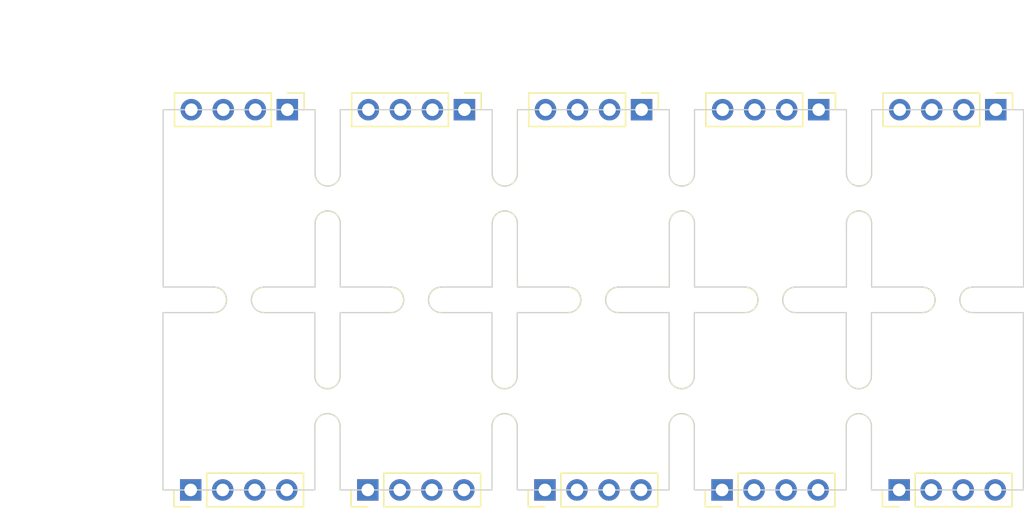
<source format=kicad_pcb>
(kicad_pcb (version 20221018) (generator pcbnew)
  (layers (0 "F.Cu" signal) (31 "B.Cu" signal) (34 "B.Paste" user) (35 "F.Paste" user) (36 "B.SilkS" user "B.Silkscreen") (37 "F.SilkS" user "F.Silkscreen") (38 "B.Mask" user) (39 "F.Mask" user) (44 "Edge.Cuts" user))
  (net 0 "")
  (footprint "Panelization:mouse-bite-2mm-slot" (layer "F.Cu") (at 34.125 -1.004)
    (fp_text reference "mouse-bite-2mm-slot" hide)
    (fp_text value "VAL**" hide)
    (fp_arc (start -2 -1) (mid -1 0) (end -2 1) (stroke (width 0.1)) (layer "F.SilkS"))
    (fp_arc (start 2 1) (mid 1 0) (end 2 -1) (stroke (width 0.1)) (layer "F.SilkS"))
    (pad "" np_thru_hole circle (at -0.75 -0.75) (size 0.5 0.5) (drill 0.5) (layers "F&B.Cu" "*.Mask"))
    (pad "" np_thru_hole circle (at -0.75 0.75) (size 0.5 0.5) (drill 0.5) (layers "F&B.Cu" "*.Mask"))
    (pad "" np_thru_hole circle (at 0 -0.75) (size 0.5 0.5) (drill 0.5) (layers "F&B.Cu" "*.Mask"))
    (pad "" np_thru_hole circle (at 0 0.75) (size 0.5 0.5) (drill 0.5) (layers "F&B.Cu" "*.Mask"))
    (pad "" np_thru_hole circle (at 0.75 -0.75) (size 0.5 0.5) (drill 0.5) (layers "F&B.Cu" "*.Mask"))
    (pad "" np_thru_hole circle (at 0.75 0.75) (size 0.5 0.5) (drill 0.5) (layers "F&B.Cu" "*.Mask"))
  )
  (footprint "Connector_PinHeader_2.54mm:PinHeader_1x04_P2.54mm_Vertical" (layer "F.Cu") (at 30.3 14.08 90)
    (fp_text reference "REF**" hide)
    (fp_text value "PinHeader_1x04_P2.54mm_Vertical" hide)
    (fp_line (start -1.33 -1.33) (end 0 -1.33) (stroke (width 0.12)) (layer "F.SilkS"))
    (fp_line (start -1.33 0) (end -1.33 -1.33) (stroke (width 0.12)) (layer "F.SilkS"))
    (fp_line (start -1.33 1.27) (end -1.33 8.95) (stroke (width 0.12)) (layer "F.SilkS"))
    (fp_line (start -1.33 1.27) (end 1.33 1.27) (stroke (width 0.12)) (layer "F.SilkS"))
    (fp_line (start -1.33 8.95) (end 1.33 8.95) (stroke (width 0.12)) (layer "F.SilkS"))
    (fp_line (start 1.33 1.27) (end 1.33 8.95) (stroke (width 0.12)) (layer "F.SilkS"))
    (pad "1" thru_hole rect (at 0 0 90) (size 1.7 1.7) (drill 1) (layers "*.Cu" "*.Mask"))
    (pad "2" thru_hole oval (at 0 2.54 90) (size 1.7 1.7) (drill 1) (layers "*.Cu" "*.Mask"))
    (pad "3" thru_hole oval (at 0 5.08 90) (size 1.7 1.7) (drill 1) (layers "*.Cu" "*.Mask"))
    (pad "4" thru_hole oval (at 0 7.62 90) (size 1.7 1.7) (drill 1) (layers "*.Cu" "*.Mask"))
  )
  (footprint "Panelization:mouse-bite-2mm-slot" (layer "F.Cu") (at 41.1714 -9.0558 -90)
    (fp_text reference "mouse-bite-2mm-slot" hide)
    (fp_text value "VAL**" hide)
    (fp_arc (start -2 -1) (mid -1 0) (end -2 1) (stroke (width 0.1)) (layer "F.SilkS"))
    (fp_arc (start 2 1) (mid 1 0) (end 2 -1) (stroke (width 0.1)) (layer "F.SilkS"))
    (pad "" np_thru_hole circle (at -0.75 -0.75 270) (size 0.5 0.5) (drill 0.5) (layers "F&B.Cu" "*.Mask"))
    (pad "" np_thru_hole circle (at -0.75 0.75 270) (size 0.5 0.5) (drill 0.5) (layers "F&B.Cu" "*.Mask"))
    (pad "" np_thru_hole circle (at 0 -0.75 270) (size 0.5 0.5) (drill 0.5) (layers "F&B.Cu" "*.Mask"))
    (pad "" np_thru_hole circle (at 0 0.75 270) (size 0.5 0.5) (drill 0.5) (layers "F&B.Cu" "*.Mask"))
    (pad "" np_thru_hole circle (at 0.75 -0.75 270) (size 0.5 0.5) (drill 0.5) (layers "F&B.Cu" "*.Mask"))
    (pad "" np_thru_hole circle (at 0.75 0.75 270) (size 0.5 0.5) (drill 0.5) (layers "F&B.Cu" "*.Mask"))
  )
  (footprint "Connector_PinHeader_2.54mm:PinHeader_1x04_P2.54mm_Vertical" (layer "F.Cu") (at 58.4 14.08 90)
    (fp_text reference "REF**" hide)
    (fp_text value "PinHeader_1x04_P2.54mm_Vertical" hide)
    (fp_line (start -1.33 -1.33) (end 0 -1.33) (stroke (width 0.12)) (layer "F.SilkS"))
    (fp_line (start -1.33 0) (end -1.33 -1.33) (stroke (width 0.12)) (layer "F.SilkS"))
    (fp_line (start -1.33 1.27) (end -1.33 8.95) (stroke (width 0.12)) (layer "F.SilkS"))
    (fp_line (start -1.33 1.27) (end 1.33 1.27) (stroke (width 0.12)) (layer "F.SilkS"))
    (fp_line (start -1.33 8.95) (end 1.33 8.95) (stroke (width 0.12)) (layer "F.SilkS"))
    (fp_line (start 1.33 1.27) (end 1.33 8.95) (stroke (width 0.12)) (layer "F.SilkS"))
    (pad "1" thru_hole rect (at 0 0 90) (size 1.7 1.7) (drill 1) (layers "*.Cu" "*.Mask"))
    (pad "2" thru_hole oval (at 0 2.54 90) (size 1.7 1.7) (drill 1) (layers "*.Cu" "*.Mask"))
    (pad "3" thru_hole oval (at 0 5.08 90) (size 1.7 1.7) (drill 1) (layers "*.Cu" "*.Mask"))
    (pad "4" thru_hole oval (at 0 7.62 90) (size 1.7 1.7) (drill 1) (layers "*.Cu" "*.Mask"))
  )
  (footprint "Connector_PinHeader_2.54mm:PinHeader_1x04_P2.54mm_Vertical" (layer "F.Cu") (at 23.915 -16.112 -90)
    (fp_text reference "REF**" hide)
    (fp_text value "PinHeader_1x04_P2.54mm_Vertical" hide)
    (fp_line (start -1.33 -1.33) (end 0 -1.33) (stroke (width 0.12)) (layer "F.SilkS"))
    (fp_line (start -1.33 0) (end -1.33 -1.33) (stroke (width 0.12)) (layer "F.SilkS"))
    (fp_line (start -1.33 1.27) (end -1.33 8.95) (stroke (width 0.12)) (layer "F.SilkS"))
    (fp_line (start -1.33 1.27) (end 1.33 1.27) (stroke (width 0.12)) (layer "F.SilkS"))
    (fp_line (start -1.33 8.95) (end 1.33 8.95) (stroke (width 0.12)) (layer "F.SilkS"))
    (fp_line (start 1.33 1.27) (end 1.33 8.95) (stroke (width 0.12)) (layer "F.SilkS"))
    (pad "1" thru_hole rect (at 0 0 270) (size 1.7 1.7) (drill 1) (layers "*.Cu" "*.Mask"))
    (pad "2" thru_hole oval (at 0 2.54 270) (size 1.7 1.7) (drill 1) (layers "*.Cu" "*.Mask"))
    (pad "3" thru_hole oval (at 0 5.08 270) (size 1.7 1.7) (drill 1) (layers "*.Cu" "*.Mask"))
    (pad "4" thru_hole oval (at 0 7.62 270) (size 1.7 1.7) (drill 1) (layers "*.Cu" "*.Mask"))
  )
  (footprint "Panelization:mouse-bite-2mm-slot" (layer "F.Cu") (at 27.1214 -9.0558 -90)
    (fp_text reference "mouse-bite-2mm-slot" hide)
    (fp_text value "VAL**" hide)
    (fp_arc (start -2 -1) (mid -1 0) (end -2 1) (stroke (width 0.1)) (layer "F.SilkS"))
    (fp_arc (start 2 1) (mid 1 0) (end 2 -1) (stroke (width 0.1)) (layer "F.SilkS"))
    (pad "" np_thru_hole circle (at -0.75 -0.75 270) (size 0.5 0.5) (drill 0.5) (layers "F&B.Cu" "*.Mask"))
    (pad "" np_thru_hole circle (at -0.75 0.75 270) (size 0.5 0.5) (drill 0.5) (layers "F&B.Cu" "*.Mask"))
    (pad "" np_thru_hole circle (at 0 -0.75 270) (size 0.5 0.5) (drill 0.5) (layers "F&B.Cu" "*.Mask"))
    (pad "" np_thru_hole circle (at 0 0.75 270) (size 0.5 0.5) (drill 0.5) (layers "F&B.Cu" "*.Mask"))
    (pad "" np_thru_hole circle (at 0.75 -0.75 270) (size 0.5 0.5) (drill 0.5) (layers "F&B.Cu" "*.Mask"))
    (pad "" np_thru_hole circle (at 0.75 0.75 270) (size 0.5 0.5) (drill 0.5) (layers "F&B.Cu" "*.Mask"))
  )
  (footprint "Connector_PinHeader_2.54mm:PinHeader_1x04_P2.54mm_Vertical" (layer "F.Cu") (at 37.965 -16.112 -90)
    (fp_text reference "REF**" hide)
    (fp_text value "PinHeader_1x04_P2.54mm_Vertical" hide)
    (fp_line (start -1.33 -1.33) (end 0 -1.33) (stroke (width 0.12)) (layer "F.SilkS"))
    (fp_line (start -1.33 0) (end -1.33 -1.33) (stroke (width 0.12)) (layer "F.SilkS"))
    (fp_line (start -1.33 1.27) (end -1.33 8.95) (stroke (width 0.12)) (layer "F.SilkS"))
    (fp_line (start -1.33 1.27) (end 1.33 1.27) (stroke (width 0.12)) (layer "F.SilkS"))
    (fp_line (start -1.33 8.95) (end 1.33 8.95) (stroke (width 0.12)) (layer "F.SilkS"))
    (fp_line (start 1.33 1.27) (end 1.33 8.95) (stroke (width 0.12)) (layer "F.SilkS"))
    (pad "1" thru_hole rect (at 0 0 270) (size 1.7 1.7) (drill 1) (layers "*.Cu" "*.Mask"))
    (pad "2" thru_hole oval (at 0 2.54 270) (size 1.7 1.7) (drill 1) (layers "*.Cu" "*.Mask"))
    (pad "3" thru_hole oval (at 0 5.08 270) (size 1.7 1.7) (drill 1) (layers "*.Cu" "*.Mask"))
    (pad "4" thru_hole oval (at 0 7.62 270) (size 1.7 1.7) (drill 1) (layers "*.Cu" "*.Mask"))
  )
  (footprint "Panelization:mouse-bite-2mm-slot" (layer "F.Cu") (at 41.1436 7.0238 90)
    (fp_text reference "mouse-bite-2mm-slot" hide)
    (fp_text value "VAL**" hide)
    (fp_arc (start -2 -1) (mid -1 0) (end -2 1) (stroke (width 0.1)) (layer "F.SilkS"))
    (fp_arc (start 2 1) (mid 1 0) (end 2 -1) (stroke (width 0.1)) (layer "F.SilkS"))
    (pad "" np_thru_hole circle (at -0.75 -0.75 90) (size 0.5 0.5) (drill 0.5) (layers "F&B.Cu" "*.Mask"))
    (pad "" np_thru_hole circle (at -0.75 0.75 90) (size 0.5 0.5) (drill 0.5) (layers "F&B.Cu" "*.Mask"))
    (pad "" np_thru_hole circle (at 0 -0.75 90) (size 0.5 0.5) (drill 0.5) (layers "F&B.Cu" "*.Mask"))
    (pad "" np_thru_hole circle (at 0 0.75 90) (size 0.5 0.5) (drill 0.5) (layers "F&B.Cu" "*.Mask"))
    (pad "" np_thru_hole circle (at 0.75 -0.75 90) (size 0.5 0.5) (drill 0.5) (layers "F&B.Cu" "*.Mask"))
    (pad "" np_thru_hole circle (at 0.75 0.75 90) (size 0.5 0.5) (drill 0.5) (layers "F&B.Cu" "*.Mask"))
  )
  (footprint "Panelization:mouse-bite-2mm-slot" (layer "F.Cu") (at 27.0936 7.0238 90)
    (fp_text reference "mouse-bite-2mm-slot" hide)
    (fp_text value "VAL**" hide)
    (fp_arc (start -2 -1) (mid -1 0) (end -2 1) (stroke (width 0.1)) (layer "F.SilkS"))
    (fp_arc (start 2 1) (mid 1 0) (end 2 -1) (stroke (width 0.1)) (layer "F.SilkS"))
    (pad "" np_thru_hole circle (at -0.75 -0.75 90) (size 0.5 0.5) (drill 0.5) (layers "F&B.Cu" "*.Mask"))
    (pad "" np_thru_hole circle (at -0.75 0.75 90) (size 0.5 0.5) (drill 0.5) (layers "F&B.Cu" "*.Mask"))
    (pad "" np_thru_hole circle (at 0 -0.75 90) (size 0.5 0.5) (drill 0.5) (layers "F&B.Cu" "*.Mask"))
    (pad "" np_thru_hole circle (at 0 0.75 90) (size 0.5 0.5) (drill 0.5) (layers "F&B.Cu" "*.Mask"))
    (pad "" np_thru_hole circle (at 0.75 -0.75 90) (size 0.5 0.5) (drill 0.5) (layers "F&B.Cu" "*.Mask"))
    (pad "" np_thru_hole circle (at 0.75 0.75 90) (size 0.5 0.5) (drill 0.5) (layers "F&B.Cu" "*.Mask"))
  )
  (footprint "Panelization:mouse-bite-2mm-slot" (layer "F.Cu") (at 20.075 -1.004)
    (fp_text reference "mouse-bite-2mm-slot" hide)
    (fp_text value "VAL**" hide)
    (fp_arc (start -2 -1) (mid -1 0) (end -2 1) (stroke (width 0.1)) (layer "F.SilkS"))
    (fp_arc (start 2 1) (mid 1 0) (end 2 -1) (stroke (width 0.1)) (layer "F.SilkS"))
    (pad "" np_thru_hole circle (at -0.75 -0.75) (size 0.5 0.5) (drill 0.5) (layers "F&B.Cu" "*.Mask"))
    (pad "" np_thru_hole circle (at -0.75 0.75) (size 0.5 0.5) (drill 0.5) (layers "F&B.Cu" "*.Mask"))
    (pad "" np_thru_hole circle (at 0 -0.75) (size 0.5 0.5) (drill 0.5) (layers "F&B.Cu" "*.Mask"))
    (pad "" np_thru_hole circle (at 0 0.75) (size 0.5 0.5) (drill 0.5) (layers "F&B.Cu" "*.Mask"))
    (pad "" np_thru_hole circle (at 0.75 -0.75) (size 0.5 0.5) (drill 0.5) (layers "F&B.Cu" "*.Mask"))
    (pad "" np_thru_hole circle (at 0.75 0.75) (size 0.5 0.5) (drill 0.5) (layers "F&B.Cu" "*.Mask"))
  )
  (footprint "Panelization:mouse-bite-2mm-slot" (layer "F.Cu") (at 48.175 -1.004)
    (fp_text reference "mouse-bite-2mm-slot" hide)
    (fp_text value "VAL**" hide)
    (fp_arc (start -2 -1) (mid -1 0) (end -2 1) (stroke (width 0.1)) (layer "F.SilkS"))
    (fp_arc (start 2 1) (mid 1 0) (end 2 -1) (stroke (width 0.1)) (layer "F.SilkS"))
    (pad "" np_thru_hole circle (at -0.75 -0.75) (size 0.5 0.5) (drill 0.5) (layers "F&B.Cu" "*.Mask"))
    (pad "" np_thru_hole circle (at -0.75 0.75) (size 0.5 0.5) (drill 0.5) (layers "F&B.Cu" "*.Mask"))
    (pad "" np_thru_hole circle (at 0 -0.75) (size 0.5 0.5) (drill 0.5) (layers "F&B.Cu" "*.Mask"))
    (pad "" np_thru_hole circle (at 0 0.75) (size 0.5 0.5) (drill 0.5) (layers "F&B.Cu" "*.Mask"))
    (pad "" np_thru_hole circle (at 0.75 -0.75) (size 0.5 0.5) (drill 0.5) (layers "F&B.Cu" "*.Mask"))
    (pad "" np_thru_hole circle (at 0.75 0.75) (size 0.5 0.5) (drill 0.5) (layers "F&B.Cu" "*.Mask"))
  )
  (footprint "Panelization:mouse-bite-2mm-slot" (layer "F.Cu") (at 6.025 -1.004)
    (fp_text reference "mouse-bite-2mm-slot" hide)
    (fp_text value "VAL**" hide)
    (fp_arc (start -2 -1) (mid -1 0) (end -2 1) (stroke (width 0.1)) (layer "F.SilkS"))
    (fp_arc (start 2 1) (mid 1 0) (end 2 -1) (stroke (width 0.1)) (layer "F.SilkS"))
    (pad "" np_thru_hole circle (at -0.75 -0.75) (size 0.5 0.5) (drill 0.5) (layers "F&B.Cu" "*.Mask"))
    (pad "" np_thru_hole circle (at -0.75 0.75) (size 0.5 0.5) (drill 0.5) (layers "F&B.Cu" "*.Mask"))
    (pad "" np_thru_hole circle (at 0 -0.75) (size 0.5 0.5) (drill 0.5) (layers "F&B.Cu" "*.Mask"))
    (pad "" np_thru_hole circle (at 0 0.75) (size 0.5 0.5) (drill 0.5) (layers "F&B.Cu" "*.Mask"))
    (pad "" np_thru_hole circle (at 0.75 -0.75) (size 0.5 0.5) (drill 0.5) (layers "F&B.Cu" "*.Mask"))
    (pad "" np_thru_hole circle (at 0.75 0.75) (size 0.5 0.5) (drill 0.5) (layers "F&B.Cu" "*.Mask"))
  )
  (footprint "Panelization:mouse-bite-2mm-slot" (layer "F.Cu") (at 13.0714 -9.0558 -90)
    (fp_text reference "mouse-bite-2mm-slot" hide)
    (fp_text value "VAL**" hide)
    (fp_arc (start -2 -1) (mid -1 0) (end -2 1) (stroke (width 0.1)) (layer "F.SilkS"))
    (fp_arc (start 2 1) (mid 1 0) (end 2 -1) (stroke (width 0.1)) (layer "F.SilkS"))
    (pad "" np_thru_hole circle (at -0.75 -0.75 270) (size 0.5 0.5) (drill 0.5) (layers "F&B.Cu" "*.Mask"))
    (pad "" np_thru_hole circle (at -0.75 0.75 270) (size 0.5 0.5) (drill 0.5) (layers "F&B.Cu" "*.Mask"))
    (pad "" np_thru_hole circle (at 0 -0.75 270) (size 0.5 0.5) (drill 0.5) (layers "F&B.Cu" "*.Mask"))
    (pad "" np_thru_hole circle (at 0 0.75 270) (size 0.5 0.5) (drill 0.5) (layers "F&B.Cu" "*.Mask"))
    (pad "" np_thru_hole circle (at 0.75 -0.75 270) (size 0.5 0.5) (drill 0.5) (layers "F&B.Cu" "*.Mask"))
    (pad "" np_thru_hole circle (at 0.75 0.75 270) (size 0.5 0.5) (drill 0.5) (layers "F&B.Cu" "*.Mask"))
  )
  (footprint "Panelization:mouse-bite-2mm-slot" (layer "F.Cu") (at 55.2214 -9.0558 -90)
    (fp_text reference "mouse-bite-2mm-slot" hide)
    (fp_text value "VAL**" hide)
    (fp_arc (start -2 -1) (mid -1 0) (end -2 1) (stroke (width 0.1)) (layer "F.SilkS"))
    (fp_arc (start 2 1) (mid 1 0) (end 2 -1) (stroke (width 0.1)) (layer "F.SilkS"))
    (pad "" np_thru_hole circle (at -0.75 -0.75 270) (size 0.5 0.5) (drill 0.5) (layers "F&B.Cu" "*.Mask"))
    (pad "" np_thru_hole circle (at -0.75 0.75 270) (size 0.5 0.5) (drill 0.5) (layers "F&B.Cu" "*.Mask"))
    (pad "" np_thru_hole circle (at 0 -0.75 270) (size 0.5 0.5) (drill 0.5) (layers "F&B.Cu" "*.Mask"))
    (pad "" np_thru_hole circle (at 0 0.75 270) (size 0.5 0.5) (drill 0.5) (layers "F&B.Cu" "*.Mask"))
    (pad "" np_thru_hole circle (at 0.75 -0.75 270) (size 0.5 0.5) (drill 0.5) (layers "F&B.Cu" "*.Mask"))
    (pad "" np_thru_hole circle (at 0.75 0.75 270) (size 0.5 0.5) (drill 0.5) (layers "F&B.Cu" "*.Mask"))
  )
  (footprint "Connector_PinHeader_2.54mm:PinHeader_1x04_P2.54mm_Vertical" (layer "F.Cu") (at 16.25 14.08 90)
    (fp_text reference "REF**" hide)
    (fp_text value "PinHeader_1x04_P2.54mm_Vertical" hide)
    (fp_line (start -1.33 -1.33) (end 0 -1.33) (stroke (width 0.12)) (layer "F.SilkS"))
    (fp_line (start -1.33 0) (end -1.33 -1.33) (stroke (width 0.12)) (layer "F.SilkS"))
    (fp_line (start -1.33 1.27) (end -1.33 8.95) (stroke (width 0.12)) (layer "F.SilkS"))
    (fp_line (start -1.33 1.27) (end 1.33 1.27) (stroke (width 0.12)) (layer "F.SilkS"))
    (fp_line (start -1.33 8.95) (end 1.33 8.95) (stroke (width 0.12)) (layer "F.SilkS"))
    (fp_line (start 1.33 1.27) (end 1.33 8.95) (stroke (width 0.12)) (layer "F.SilkS"))
    (pad "1" thru_hole rect (at 0 0 90) (size 1.7 1.7) (drill 1) (layers "*.Cu" "*.Mask"))
    (pad "2" thru_hole oval (at 0 2.54 90) (size 1.7 1.7) (drill 1) (layers "*.Cu" "*.Mask"))
    (pad "3" thru_hole oval (at 0 5.08 90) (size 1.7 1.7) (drill 1) (layers "*.Cu" "*.Mask"))
    (pad "4" thru_hole oval (at 0 7.62 90) (size 1.7 1.7) (drill 1) (layers "*.Cu" "*.Mask"))
  )
  (footprint "Connector_PinHeader_2.54mm:PinHeader_1x04_P2.54mm_Vertical" (layer "F.Cu") (at 2.2 14.08 90)
    (fp_text reference "REF**" hide)
    (fp_text value "PinHeader_1x04_P2.54mm_Vertical" hide)
    (fp_line (start -1.33 -1.33) (end 0 -1.33) (stroke (width 0.12)) (layer "F.SilkS"))
    (fp_line (start -1.33 0) (end -1.33 -1.33) (stroke (width 0.12)) (layer "F.SilkS"))
    (fp_line (start -1.33 1.27) (end -1.33 8.95) (stroke (width 0.12)) (layer "F.SilkS"))
    (fp_line (start -1.33 1.27) (end 1.33 1.27) (stroke (width 0.12)) (layer "F.SilkS"))
    (fp_line (start -1.33 8.95) (end 1.33 8.95) (stroke (width 0.12)) (layer "F.SilkS"))
    (fp_line (start 1.33 1.27) (end 1.33 8.95) (stroke (width 0.12)) (layer "F.SilkS"))
    (pad "1" thru_hole rect (at 0 0 90) (size 1.7 1.7) (drill 1) (layers "*.Cu" "*.Mask"))
    (pad "2" thru_hole oval (at 0 2.54 90) (size 1.7 1.7) (drill 1) (layers "*.Cu" "*.Mask"))
    (pad "3" thru_hole oval (at 0 5.08 90) (size 1.7 1.7) (drill 1) (layers "*.Cu" "*.Mask"))
    (pad "4" thru_hole oval (at 0 7.62 90) (size 1.7 1.7) (drill 1) (layers "*.Cu" "*.Mask"))
  )
  (footprint "Connector_PinHeader_2.54mm:PinHeader_1x04_P2.54mm_Vertical" (layer "F.Cu") (at 52.015 -16.112 -90)
    (fp_text reference "REF**" hide)
    (fp_text value "PinHeader_1x04_P2.54mm_Vertical" hide)
    (fp_line (start -1.33 -1.33) (end 0 -1.33) (stroke (width 0.12)) (layer "F.SilkS"))
    (fp_line (start -1.33 0) (end -1.33 -1.33) (stroke (width 0.12)) (layer "F.SilkS"))
    (fp_line (start -1.33 1.27) (end -1.33 8.95) (stroke (width 0.12)) (layer "F.SilkS"))
    (fp_line (start -1.33 1.27) (end 1.33 1.27) (stroke (width 0.12)) (layer "F.SilkS"))
    (fp_line (start -1.33 8.95) (end 1.33 8.95) (stroke (width 0.12)) (layer "F.SilkS"))
    (fp_line (start 1.33 1.27) (end 1.33 8.95) (stroke (width 0.12)) (layer "F.SilkS"))
    (pad "1" thru_hole rect (at 0 0 270) (size 1.7 1.7) (drill 1) (layers "*.Cu" "*.Mask"))
    (pad "2" thru_hole oval (at 0 2.54 270) (size 1.7 1.7) (drill 1) (layers "*.Cu" "*.Mask"))
    (pad "3" thru_hole oval (at 0 5.08 270) (size 1.7 1.7) (drill 1) (layers "*.Cu" "*.Mask"))
    (pad "4" thru_hole oval (at 0 7.62 270) (size 1.7 1.7) (drill 1) (layers "*.Cu" "*.Mask"))
  )
  (footprint "Panelization:mouse-bite-2mm-slot" (layer "F.Cu") (at 62.225 -1.004)
    (fp_text reference "mouse-bite-2mm-slot" hide)
    (fp_text value "VAL**" hide)
    (fp_arc (start -2 -1) (mid -1 0) (end -2 1) (stroke (width 0.1)) (layer "F.SilkS"))
    (fp_arc (start 2 1) (mid 1 0) (end 2 -1) (stroke (width 0.1)) (layer "F.SilkS"))
    (pad "" np_thru_hole circle (at -0.75 -0.75) (size 0.5 0.5) (drill 0.5) (layers "F&B.Cu" "*.Mask"))
    (pad "" np_thru_hole circle (at -0.75 0.75) (size 0.5 0.5) (drill 0.5) (layers "F&B.Cu" "*.Mask"))
    (pad "" np_thru_hole circle (at 0 -0.75) (size 0.5 0.5) (drill 0.5) (layers "F&B.Cu" "*.Mask"))
    (pad "" np_thru_hole circle (at 0 0.75) (size 0.5 0.5) (drill 0.5) (layers "F&B.Cu" "*.Mask"))
    (pad "" np_thru_hole circle (at 0.75 -0.75) (size 0.5 0.5) (drill 0.5) (layers "F&B.Cu" "*.Mask"))
    (pad "" np_thru_hole circle (at 0.75 0.75) (size 0.5 0.5) (drill 0.5) (layers "F&B.Cu" "*.Mask"))
  )
  (footprint "Connector_PinHeader_2.54mm:PinHeader_1x04_P2.54mm_Vertical" (layer "F.Cu") (at 44.35 14.08 90)
    (fp_text reference "REF**" hide)
    (fp_text value "PinHeader_1x04_P2.54mm_Vertical" hide)
    (fp_line (start -1.33 -1.33) (end 0 -1.33) (stroke (width 0.12)) (layer "F.SilkS"))
    (fp_line (start -1.33 0) (end -1.33 -1.33) (stroke (width 0.12)) (layer "F.SilkS"))
    (fp_line (start -1.33 1.27) (end -1.33 8.95) (stroke (width 0.12)) (layer "F.SilkS"))
    (fp_line (start -1.33 1.27) (end 1.33 1.27) (stroke (width 0.12)) (layer "F.SilkS"))
    (fp_line (start -1.33 8.95) (end 1.33 8.95) (stroke (width 0.12)) (layer "F.SilkS"))
    (fp_line (start 1.33 1.27) (end 1.33 8.95) (stroke (width 0.12)) (layer "F.SilkS"))
    (pad "1" thru_hole rect (at 0 0 90) (size 1.7 1.7) (drill 1) (layers "*.Cu" "*.Mask"))
    (pad "2" thru_hole oval (at 0 2.54 90) (size 1.7 1.7) (drill 1) (layers "*.Cu" "*.Mask"))
    (pad "3" thru_hole oval (at 0 5.08 90) (size 1.7 1.7) (drill 1) (layers "*.Cu" "*.Mask"))
    (pad "4" thru_hole oval (at 0 7.62 90) (size 1.7 1.7) (drill 1) (layers "*.Cu" "*.Mask"))
  )
  (footprint "Connector_PinHeader_2.54mm:PinHeader_1x04_P2.54mm_Vertical" (layer "F.Cu") (at 9.865 -16.112 -90)
    (fp_text reference "REF**" hide)
    (fp_text value "PinHeader_1x04_P2.54mm_Vertical" hide)
    (fp_line (start -1.33 -1.33) (end 0 -1.33) (stroke (width 0.12)) (layer "F.SilkS"))
    (fp_line (start -1.33 0) (end -1.33 -1.33) (stroke (width 0.12)) (layer "F.SilkS"))
    (fp_line (start -1.33 1.27) (end -1.33 8.95) (stroke (width 0.12)) (layer "F.SilkS"))
    (fp_line (start -1.33 1.27) (end 1.33 1.27) (stroke (width 0.12)) (layer "F.SilkS"))
    (fp_line (start -1.33 8.95) (end 1.33 8.95) (stroke (width 0.12)) (layer "F.SilkS"))
    (fp_line (start 1.33 1.27) (end 1.33 8.95) (stroke (width 0.12)) (layer "F.SilkS"))
    (pad "1" thru_hole rect (at 0 0 270) (size 1.7 1.7) (drill 1) (layers "*.Cu" "*.Mask"))
    (pad "2" thru_hole oval (at 0 2.54 270) (size 1.7 1.7) (drill 1) (layers "*.Cu" "*.Mask"))
    (pad "3" thru_hole oval (at 0 5.08 270) (size 1.7 1.7) (drill 1) (layers "*.Cu" "*.Mask"))
    (pad "4" thru_hole oval (at 0 7.62 270) (size 1.7 1.7) (drill 1) (layers "*.Cu" "*.Mask"))
  )
  (footprint "Panelization:mouse-bite-2mm-slot" (layer "F.Cu") (at 55.1936 7.0238 90)
    (fp_text reference "mouse-bite-2mm-slot" hide)
    (fp_text value "VAL**" hide)
    (fp_arc (start -2 -1) (mid -1 0) (end -2 1) (stroke (width 0.1)) (layer "F.SilkS"))
    (fp_arc (start 2 1) (mid 1 0) (end 2 -1) (stroke (width 0.1)) (layer "F.SilkS"))
    (pad "" np_thru_hole circle (at -0.75 -0.75 90) (size 0.5 0.5) (drill 0.5) (layers "F&B.Cu" "*.Mask"))
    (pad "" np_thru_hole circle (at -0.75 0.75 90) (size 0.5 0.5) (drill 0.5) (layers "F&B.Cu" "*.Mask"))
    (pad "" np_thru_hole circle (at 0 -0.75 90) (size 0.5 0.5) (drill 0.5) (layers "F&B.Cu" "*.Mask"))
    (pad "" np_thru_hole circle (at 0 0.75 90) (size 0.5 0.5) (drill 0.5) (layers "F&B.Cu" "*.Mask"))
    (pad "" np_thru_hole circle (at 0.75 -0.75 90) (size 0.5 0.5) (drill 0.5) (layers "F&B.Cu" "*.Mask"))
    (pad "" np_thru_hole circle (at 0.75 0.75 90) (size 0.5 0.5) (drill 0.5) (layers "F&B.Cu" "*.Mask"))
  )
  (footprint "Panelization:mouse-bite-2mm-slot" (layer "F.Cu") (at 13.0436 7.0238 90)
    (fp_text reference "mouse-bite-2mm-slot" hide)
    (fp_text value "VAL**" hide)
    (fp_arc (start -2 -1) (mid -1 0) (end -2 1) (stroke (width 0.1)) (layer "F.SilkS"))
    (fp_arc (start 2 1) (mid 1 0) (end 2 -1) (stroke (width 0.1)) (layer "F.SilkS"))
    (pad "" np_thru_hole circle (at -0.75 -0.75 90) (size 0.5 0.5) (drill 0.5) (layers "F&B.Cu" "*.Mask"))
    (pad "" np_thru_hole circle (at -0.75 0.75 90) (size 0.5 0.5) (drill 0.5) (layers "F&B.Cu" "*.Mask"))
    (pad "" np_thru_hole circle (at 0 -0.75 90) (size 0.5 0.5) (drill 0.5) (layers "F&B.Cu" "*.Mask"))
    (pad "" np_thru_hole circle (at 0 0.75 90) (size 0.5 0.5) (drill 0.5) (layers "F&B.Cu" "*.Mask"))
    (pad "" np_thru_hole circle (at 0.75 -0.75 90) (size 0.5 0.5) (drill 0.5) (layers "F&B.Cu" "*.Mask"))
    (pad "" np_thru_hole circle (at 0.75 0.75 90) (size 0.5 0.5) (drill 0.5) (layers "F&B.Cu" "*.Mask"))
  )
  (footprint "Connector_PinHeader_2.54mm:PinHeader_1x04_P2.54mm_Vertical" (layer "F.Cu") (at 66.065 -16.112 -90)
    (fp_text reference "REF**" hide)
    (fp_text value "PinHeader_1x04_P2.54mm_Vertical" hide)
    (fp_line (start -1.33 -1.33) (end 0 -1.33) (stroke (width 0.12)) (layer "F.SilkS"))
    (fp_line (start -1.33 0) (end -1.33 -1.33) (stroke (width 0.12)) (layer "F.SilkS"))
    (fp_line (start -1.33 1.27) (end -1.33 8.95) (stroke (width 0.12)) (layer "F.SilkS"))
    (fp_line (start -1.33 1.27) (end 1.33 1.27) (stroke (width 0.12)) (layer "F.SilkS"))
    (fp_line (start -1.33 8.95) (end 1.33 8.95) (stroke (width 0.12)) (layer "F.SilkS"))
    (fp_line (start 1.33 1.27) (end 1.33 8.95) (stroke (width 0.12)) (layer "F.SilkS"))
    (pad "1" thru_hole rect (at 0 0 270) (size 1.7 1.7) (drill 1) (layers "*.Cu" "*.Mask"))
    (pad "2" thru_hole oval (at 0 2.54 270) (size 1.7 1.7) (drill 1) (layers "*.Cu" "*.Mask"))
    (pad "3" thru_hole oval (at 0 5.08 270) (size 1.7 1.7) (drill 1) (layers "*.Cu" "*.Mask"))
    (pad "4" thru_hole oval (at 0 7.62 270) (size 1.7 1.7) (drill 1) (layers "*.Cu" "*.Mask"))
  )
  (gr_arc (start 50.1764 0) (mid 49.1604 -1.016) (end 50.1764 -2.032) (stroke (width 0.1)) (layer "Edge.Cuts"))
  (gr_line (start 32.1386 -2.032) (end 28.115 -2.032) (stroke (width 0.1)) (layer "Edge.Cuts"))
  (gr_line (start 22.0764 0) (end 26.1 0) (stroke (width 0.1)) (layer "Edge.Cuts"))
  (gr_line (start 14.065 -11.049) (end 14.065 -16.112) (stroke (width 0.1)) (layer "Edge.Cuts"))
  (gr_line (start 42.15 0) (end 42.15 5.05) (stroke (width 0.1)) (layer "Edge.Cuts"))
  (gr_line (start 50.1764 0) (end 54.2 0) (stroke (width 0.1)) (layer "Edge.Cuts"))
  (gr_line (start 40.165 -2.032) (end 40.165 -7.082) (stroke (width 0.1)) (layer "Edge.Cuts"))
  (gr_line (start 54.215 -2.032) (end 54.215 -7.082) (stroke (width 0.1)) (layer "Edge.Cuts"))
  (gr_arc (start 28.1 5.05) (mid 27.1 6.05) (end 26.1 5.05) (stroke (width 0.1)) (layer "Edge.Cuts"))
  (gr_line (start 12.065 -16.112) (end 0.015 -16.112) (stroke (width 0.1)) (layer "Edge.Cuts"))
  (gr_arc (start 26.115 -7.082) (mid 27.115 -8.082) (end 28.115 -7.082) (stroke (width 0.1)) (layer "Edge.Cuts"))
  (gr_line (start 42.15 0) (end 46.1886 0) (stroke (width 0.1)) (layer "Edge.Cuts"))
  (gr_arc (start 12.065 -7.082) (mid 13.065 -8.082) (end 14.065 -7.082) (stroke (width 0.1)) (layer "Edge.Cuts"))
  (gr_line (start 56.2 9.017) (end 56.2 14.08) (stroke (width 0.1)) (layer "Edge.Cuts"))
  (gr_line (start 54.2 9.017) (end 54.2 14.08) (stroke (width 0.1)) (layer "Edge.Cuts"))
  (gr_arc (start 18.0886 -2.032) (mid 19.1046 -1.016) (end 18.0886 0) (stroke (width 0.1)) (layer "Edge.Cuts"))
  (gr_line (start 56.215 -11.049) (end 56.215 -16.112) (stroke (width 0.1)) (layer "Edge.Cuts"))
  (gr_line (start 68.25 0) (end 68.25 14.08) (stroke (width 0.1)) (layer "Edge.Cuts"))
  (gr_arc (start 26.1 9.017) (mid 27.1 8.017) (end 28.1 9.017) (stroke (width 0.1)) (layer "Edge.Cuts"))
  (gr_line (start 54.215 -16.112) (end 42.165 -16.112) (stroke (width 0.1)) (layer "Edge.Cuts"))
  (gr_line (start 60.2386 -2.032) (end 56.215 -2.032) (stroke (width 0.1)) (layer "Edge.Cuts"))
  (gr_line (start 26.115 -2.032) (end 22.0764 -2.032) (stroke (width 0.1)) (layer "Edge.Cuts"))
  (gr_line (start 40.165 -2.032) (end 36.1264 -2.032) (stroke (width 0.1)) (layer "Edge.Cuts"))
  (gr_line (start 26.115 -11.049) (end 26.115 -16.112) (stroke (width 0.1)) (layer "Edge.Cuts"))
  (gr_line (start 28.1 9.017) (end 28.1 14.08) (stroke (width 0.1)) (layer "Edge.Cuts"))
  (gr_line (start 40.165 -11.049) (end 40.165 -16.112) (stroke (width 0.1)) (layer "Edge.Cuts"))
  (gr_arc (start 14.065 -11.049) (mid 13.065 -10.049) (end 12.065 -11.049) (stroke (width 0.1)) (layer "Edge.Cuts"))
  (gr_line (start 18.0886 -2.032) (end 14.065 -2.032) (stroke (width 0.1)) (layer "Edge.Cuts"))
  (gr_line (start 0.015 -2.032) (end 0.015 -16.112) (stroke (width 0.1)) (layer "Edge.Cuts"))
  (gr_arc (start 56.2 5.05) (mid 55.2 6.05) (end 54.2 5.05) (stroke (width 0.1)) (layer "Edge.Cuts"))
  (gr_line (start 68.265 -16.112) (end 56.215 -16.112) (stroke (width 0.1)) (layer "Edge.Cuts"))
  (gr_line (start 0 0) (end 0 14.08) (stroke (width 0.1)) (layer "Edge.Cuts"))
  (gr_line (start 14.065 -2.032) (end 14.065 -7.082) (stroke (width 0.1)) (layer "Edge.Cuts"))
  (gr_line (start 28.1 0) (end 32.1386 0) (stroke (width 0.1)) (layer "Edge.Cuts"))
  (gr_line (start 26.115 -2.032) (end 26.115 -7.082) (stroke (width 0.1)) (layer "Edge.Cuts"))
  (gr_line (start 56.2 0) (end 60.2386 0) (stroke (width 0.1)) (layer "Edge.Cuts"))
  (gr_line (start 46.1886 -2.032) (end 42.165 -2.032) (stroke (width 0.1)) (layer "Edge.Cuts"))
  (gr_line (start 42.165 -2.032) (end 42.165 -7.082) (stroke (width 0.1)) (layer "Edge.Cuts"))
  (gr_line (start 8.0264 0) (end 12.05 0) (stroke (width 0.1)) (layer "Edge.Cuts"))
  (gr_line (start 56.2 14.08) (end 68.25 14.08) (stroke (width 0.1)) (layer "Edge.Cuts"))
  (gr_arc (start 28.115 -11.049) (mid 27.115 -10.049) (end 26.115 -11.049) (stroke (width 0.1)) (layer "Edge.Cuts"))
  (gr_arc (start 36.1264 0) (mid 35.1104 -1.016) (end 36.1264 -2.032) (stroke (width 0.1)) (layer "Edge.Cuts"))
  (gr_line (start 14.05 0) (end 18.0886 0) (stroke (width 0.1)) (layer "Edge.Cuts"))
  (gr_line (start 26.1 0) (end 26.1 5.05) (stroke (width 0.1)) (layer "Edge.Cuts"))
  (gr_arc (start 40.15 9.017) (mid 41.15 8.017) (end 42.15 9.017) (stroke (width 0.1)) (layer "Edge.Cuts"))
  (gr_line (start 12.05 0) (end 12.05 5.05) (stroke (width 0.1)) (layer "Edge.Cuts"))
  (gr_arc (start 22.0764 0) (mid 21.0604 -1.016) (end 22.0764 -2.032) (stroke (width 0.1)) (layer "Edge.Cuts"))
  (gr_line (start 56.2 0) (end 56.2 5.05) (stroke (width 0.1)) (layer "Edge.Cuts"))
  (gr_line (start 42.15 9.017) (end 42.15 14.08) (stroke (width 0.1)) (layer "Edge.Cuts"))
  (gr_line (start 4.0386 -2.032) (end 0.015 -2.032) (stroke (width 0.1)) (layer "Edge.Cuts"))
  (gr_line (start 64.2264 0) (end 68.25 0) (stroke (width 0.1)) (layer "Edge.Cuts"))
  (gr_line (start 40.165 -16.112) (end 28.115 -16.112) (stroke (width 0.1)) (layer "Edge.Cuts"))
  (gr_arc (start 32.1386 -2.032) (mid 33.1546 -1.016) (end 32.1386 0) (stroke (width 0.1)) (layer "Edge.Cuts"))
  (gr_line (start 28.1 14.08) (end 40.15 14.08) (stroke (width 0.1)) (layer "Edge.Cuts"))
  (gr_arc (start 42.165 -11.049) (mid 41.165 -10.049) (end 40.165 -11.049) (stroke (width 0.1)) (layer "Edge.Cuts"))
  (gr_line (start 54.215 -2.032) (end 50.1764 -2.032) (stroke (width 0.1)) (layer "Edge.Cuts"))
  (gr_line (start 40.15 0) (end 40.15 5.05) (stroke (width 0.1)) (layer "Edge.Cuts"))
  (gr_line (start 12.065 -2.032) (end 8.0264 -2.032) (stroke (width 0.1)) (layer "Edge.Cuts"))
  (gr_arc (start 14.05 5.05) (mid 13.05 6.05) (end 12.05 5.05) (stroke (width 0.1)) (layer "Edge.Cuts"))
  (gr_line (start 28.1 0) (end 28.1 5.05) (stroke (width 0.1)) (layer "Edge.Cuts"))
  (gr_arc (start 46.1886 -2.032) (mid 47.2046 -1.016) (end 46.1886 0) (stroke (width 0.1)) (layer "Edge.Cuts"))
  (gr_line (start 12.065 -11.049) (end 12.065 -16.112) (stroke (width 0.1)) (layer "Edge.Cuts"))
  (gr_arc (start 42.15 5.05) (mid 41.15 6.05) (end 40.15 5.05) (stroke (width 0.1)) (layer "Edge.Cuts"))
  (gr_arc (start 4.0386 -2.032) (mid 5.0546 -1.016) (end 4.0386 0) (stroke (width 0.1)) (layer "Edge.Cuts"))
  (gr_line (start 40.15 9.017) (end 40.15 14.08) (stroke (width 0.1)) (layer "Edge.Cuts"))
  (gr_line (start 42.165 -11.049) (end 42.165 -16.112) (stroke (width 0.1)) (layer "Edge.Cuts"))
  (gr_line (start 36.1264 0) (end 40.15 0) (stroke (width 0.1)) (layer "Edge.Cuts"))
  (gr_line (start 14.05 9.017) (end 14.05 14.08) (stroke (width 0.1)) (layer "Edge.Cuts"))
  (gr_line (start 12.065 -2.032) (end 12.065 -7.082) (stroke (width 0.1)) (layer "Edge.Cuts"))
  (gr_arc (start 56.215 -11.049) (mid 55.215 -10.049) (end 54.215 -11.049) (stroke (width 0.1)) (layer "Edge.Cuts"))
  (gr_line (start 54.2 0) (end 54.2 5.05) (stroke (width 0.1)) (layer "Edge.Cuts"))
  (gr_line (start 0 0) (end 4.0386 0) (stroke (width 0.1)) (layer "Edge.Cuts"))
  (gr_line (start 28.115 -11.049) (end 28.115 -16.112) (stroke (width 0.1)) (layer "Edge.Cuts"))
  (gr_line (start 26.1 9.017) (end 26.1 14.08) (stroke (width 0.1)) (layer "Edge.Cuts"))
  (gr_line (start 68.265 -2.032) (end 64.2264 -2.032) (stroke (width 0.1)) (layer "Edge.Cuts"))
  (gr_line (start 54.215 -11.049) (end 54.215 -16.112) (stroke (width 0.1)) (layer "Edge.Cuts"))
  (gr_line (start 56.215 -2.032) (end 56.215 -7.082) (stroke (width 0.1)) (layer "Edge.Cuts"))
  (gr_arc (start 54.215 -7.082) (mid 55.215 -8.082) (end 56.215 -7.082) (stroke (width 0.1)) (layer "Edge.Cuts"))
  (gr_line (start 12.05 9.017) (end 12.05 14.08) (stroke (width 0.1)) (layer "Edge.Cuts"))
  (gr_line (start 28.115 -2.032) (end 28.115 -7.082) (stroke (width 0.1)) (layer "Edge.Cuts"))
  (gr_arc (start 8.0264 0) (mid 7.0104 -1.016) (end 8.0264 -2.032) (stroke (width 0.1)) (layer "Edge.Cuts"))
  (gr_arc (start 60.2386 -2.032) (mid 61.2546 -1.016) (end 60.2386 0) (stroke (width 0.1)) (layer "Edge.Cuts"))
  (gr_arc (start 54.2 9.017) (mid 55.2 8.017) (end 56.2 9.017) (stroke (width 0.1)) (layer "Edge.Cuts"))
  (gr_line (start 14.05 14.08) (end 26.1 14.08) (stroke (width 0.1)) (layer "Edge.Cuts"))
  (gr_line (start 68.265 -2.032) (end 68.265 -16.112) (stroke (width 0.1)) (layer "Edge.Cuts"))
  (gr_line (start 42.15 14.08) (end 54.2 14.08) (stroke (width 0.1)) (layer "Edge.Cuts"))
  (gr_arc (start 40.165 -7.082) (mid 41.165 -8.082) (end 42.165 -7.082) (stroke (width 0.1)) (layer "Edge.Cuts"))
  (gr_line (start 0 14.08) (end 12.05 14.08) (stroke (width 0.1)) (layer "Edge.Cuts"))
  (gr_arc (start 64.2264 0) (mid 63.2104 -1.016) (end 64.2264 -2.032) (stroke (width 0.1)) (layer "Edge.Cuts"))
  (gr_line (start 26.115 -16.112) (end 14.065 -16.112) (stroke (width 0.1)) (layer "Edge.Cuts"))
  (gr_arc (start 12.05 9.017) (mid 13.05 8.017) (end 14.05 9.017) (stroke (width 0.1)) (layer "Edge.Cuts"))
  (gr_line (start 14.05 0) (end 14.05 5.05) (stroke (width 0.1)) (layer "Edge.Cuts"))
)
</source>
